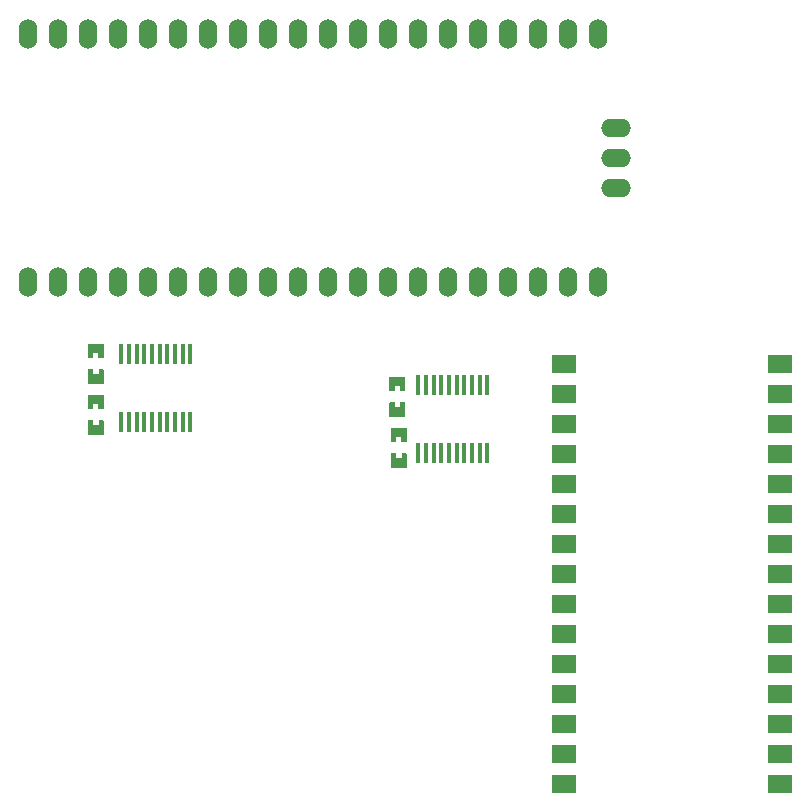
<source format=gbp>
G04 Layer: BottomPasteMaskLayer*
G04 EasyEDA v6.5.48, 2025-01-21 22:01:40*
G04 ce5bcd5d7360488599399ea35ca3f730,208856bd7ad64deca1bfdec547b981c7,10*
G04 Gerber Generator version 0.2*
G04 Scale: 100 percent, Rotated: No, Reflected: No *
G04 Dimensions in millimeters *
G04 leading zeros omitted , absolute positions ,4 integer and 5 decimal *
%FSLAX45Y45*%
%MOMM*%

%AMMACRO1*4,1,5,1.016,-0.762,1.016,0.762,-0.762,0.762,-1.016,0.762,-1.016,-0.762,1.016,-0.762,0*%
%ADD10O,0.36400740000000004X1.7420082*%
%ADD11O,2.54X1.524*%
%ADD12O,1.524X2.54*%
%ADD13MACRO1*%

%LPD*%
G36*
X634492Y-5315915D02*
G01*
X629513Y-5320893D01*
X629513Y-5435904D01*
X634492Y-5440883D01*
X675487Y-5441391D01*
X675487Y-5396382D01*
X720496Y-5396382D01*
X720496Y-5440426D01*
X762508Y-5440883D01*
X767486Y-5435904D01*
X767486Y-5320893D01*
X762508Y-5315915D01*
G37*
G36*
X721512Y-5531408D02*
G01*
X721512Y-5576417D01*
X676503Y-5576417D01*
X676503Y-5532374D01*
X634492Y-5531916D01*
X629513Y-5536895D01*
X629513Y-5651906D01*
X634492Y-5656884D01*
X762508Y-5656884D01*
X767486Y-5651906D01*
X767486Y-5536895D01*
X762508Y-5531916D01*
G37*
G36*
X3187192Y-5163515D02*
G01*
X3182213Y-5168493D01*
X3182213Y-5283504D01*
X3187192Y-5288483D01*
X3228187Y-5288991D01*
X3228187Y-5243982D01*
X3273196Y-5243982D01*
X3273196Y-5288026D01*
X3315208Y-5288483D01*
X3320186Y-5283504D01*
X3320186Y-5168493D01*
X3315208Y-5163515D01*
G37*
G36*
X3274212Y-5379008D02*
G01*
X3274212Y-5424017D01*
X3229203Y-5424017D01*
X3229203Y-5379974D01*
X3187192Y-5379516D01*
X3182213Y-5384495D01*
X3182213Y-5499506D01*
X3187192Y-5504484D01*
X3315208Y-5504484D01*
X3320186Y-5499506D01*
X3320186Y-5384495D01*
X3315208Y-5379516D01*
G37*
G36*
X634492Y-4884115D02*
G01*
X629513Y-4889093D01*
X629513Y-5004104D01*
X634492Y-5009083D01*
X675487Y-5009591D01*
X675487Y-4964582D01*
X720496Y-4964582D01*
X720496Y-5008626D01*
X762508Y-5009083D01*
X767486Y-5004104D01*
X767486Y-4889093D01*
X762508Y-4884115D01*
G37*
G36*
X721512Y-5099608D02*
G01*
X721512Y-5144617D01*
X676503Y-5144617D01*
X676503Y-5100574D01*
X634492Y-5100116D01*
X629513Y-5105095D01*
X629513Y-5220106D01*
X634492Y-5225084D01*
X762508Y-5225084D01*
X767486Y-5220106D01*
X767486Y-5105095D01*
X762508Y-5100116D01*
G37*
G36*
X3199892Y-5595315D02*
G01*
X3194913Y-5600293D01*
X3194913Y-5715304D01*
X3199892Y-5720283D01*
X3240887Y-5720791D01*
X3240887Y-5675782D01*
X3285896Y-5675782D01*
X3285896Y-5719826D01*
X3327908Y-5720283D01*
X3332886Y-5715304D01*
X3332886Y-5600293D01*
X3327908Y-5595315D01*
G37*
G36*
X3286912Y-5810808D02*
G01*
X3286912Y-5855817D01*
X3241903Y-5855817D01*
X3241903Y-5811774D01*
X3199892Y-5811316D01*
X3194913Y-5816295D01*
X3194913Y-5931306D01*
X3199892Y-5936284D01*
X3327908Y-5936284D01*
X3332886Y-5931306D01*
X3332886Y-5816295D01*
X3327908Y-5811316D01*
G37*
D10*
G01*
X3428593Y-5237403D03*
G01*
X3493592Y-5237403D03*
G01*
X3558590Y-5237403D03*
G01*
X3623589Y-5237403D03*
G01*
X3688613Y-5237403D03*
G01*
X3753611Y-5237403D03*
G01*
X3818610Y-5237403D03*
G01*
X3883609Y-5237403D03*
G01*
X3948607Y-5237403D03*
G01*
X4013606Y-5237403D03*
G01*
X3428593Y-5811596D03*
G01*
X3493592Y-5811596D03*
G01*
X3558590Y-5811596D03*
G01*
X3623589Y-5811596D03*
G01*
X3688613Y-5811596D03*
G01*
X3753611Y-5811596D03*
G01*
X3818610Y-5811596D03*
G01*
X3883609Y-5811596D03*
G01*
X3948607Y-5811596D03*
G01*
X4013606Y-5811596D03*
D11*
G01*
X5105400Y-3568700D03*
D12*
G01*
X127000Y-2264689D03*
G01*
X381000Y-2264689D03*
G01*
X635000Y-2264689D03*
G01*
X889000Y-2264689D03*
G01*
X1143000Y-2264689D03*
G01*
X1397000Y-2264689D03*
G01*
X1651000Y-2264689D03*
G01*
X1905000Y-2264689D03*
G01*
X2159000Y-2264689D03*
G01*
X2413000Y-2264689D03*
G01*
X2667000Y-2264689D03*
G01*
X2921000Y-2264689D03*
G01*
X3175000Y-2264689D03*
G01*
X3429000Y-2264689D03*
G01*
X3683000Y-2264689D03*
G01*
X3937000Y-2264689D03*
G01*
X4191000Y-2264689D03*
G01*
X4445000Y-2264689D03*
G01*
X4699000Y-2264689D03*
G01*
X4953000Y-2264689D03*
G01*
X4953000Y-4364710D03*
G01*
X4699000Y-4364710D03*
G01*
X4445000Y-4364710D03*
G01*
X4191000Y-4364710D03*
G01*
X3937000Y-4364710D03*
G01*
X3683000Y-4364710D03*
G01*
X3429000Y-4364710D03*
G01*
X3175000Y-4364710D03*
G01*
X2921000Y-4364710D03*
G01*
X2667000Y-4364710D03*
G01*
X2413000Y-4364710D03*
G01*
X2159000Y-4364710D03*
G01*
X1905000Y-4364710D03*
G01*
X1651000Y-4364710D03*
G01*
X1397000Y-4364710D03*
G01*
X1143000Y-4364710D03*
G01*
X889000Y-4364710D03*
G01*
X635000Y-4364710D03*
G01*
X381000Y-4364710D03*
G01*
X127000Y-4364710D03*
D11*
G01*
X5105400Y-3060700D03*
G01*
X5105400Y-3314700D03*
D13*
G01*
X4660900Y-5054600D03*
G01*
X4660900Y-5308600D03*
G01*
X4660900Y-5562600D03*
G01*
X4660900Y-5816600D03*
G01*
X4660900Y-6070600D03*
G01*
X4660900Y-6324600D03*
G01*
X4660900Y-6578600D03*
G01*
X4660900Y-6832600D03*
G01*
X4660900Y-7086600D03*
G01*
X4660900Y-7340600D03*
G01*
X4660900Y-7594600D03*
G01*
X4660900Y-7848600D03*
G01*
X4660900Y-8102600D03*
G01*
X4660900Y-8356600D03*
G01*
X4660900Y-8610600D03*
G01*
X6489700Y-8610600D03*
G01*
X6489700Y-8356600D03*
G01*
X6489700Y-8102600D03*
G01*
X6489700Y-7848600D03*
G01*
X6489700Y-7594600D03*
G01*
X6489700Y-7340600D03*
G01*
X6489700Y-7086600D03*
G01*
X6489700Y-6832600D03*
G01*
X6489700Y-6578600D03*
G01*
X6489700Y-6324600D03*
G01*
X6489700Y-6070600D03*
G01*
X6489700Y-5816600D03*
G01*
X6489700Y-5562600D03*
G01*
X6489700Y-5308600D03*
G01*
X6489700Y-5054600D03*
D10*
G01*
X913993Y-4970703D03*
G01*
X978992Y-4970703D03*
G01*
X1043990Y-4970703D03*
G01*
X1108989Y-4970703D03*
G01*
X1174013Y-4970703D03*
G01*
X1239012Y-4970703D03*
G01*
X1304010Y-4970703D03*
G01*
X1369009Y-4970703D03*
G01*
X1434007Y-4970703D03*
G01*
X1499006Y-4970703D03*
G01*
X913993Y-5544896D03*
G01*
X978992Y-5544896D03*
G01*
X1043990Y-5544896D03*
G01*
X1108989Y-5544896D03*
G01*
X1174013Y-5544896D03*
G01*
X1239012Y-5544896D03*
G01*
X1304010Y-5544896D03*
G01*
X1369009Y-5544896D03*
G01*
X1434007Y-5544896D03*
G01*
X1499006Y-5544896D03*
M02*

</source>
